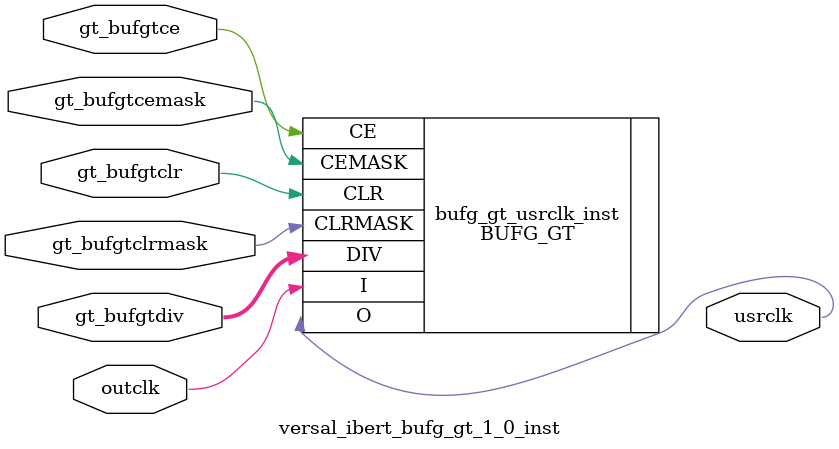
<source format=v>




`timescale 1ns / 1ps



module versal_ibert_bufg_gt_1_0_inst  (
    input outclk,
    input gt_bufgtce,
    input gt_bufgtcemask,
    input gt_bufgtclr,
    input gt_bufgtclrmask,
    input [2:0] gt_bufgtdiv,
    output usrclk
    );
     
      wire sync_ce;
      wire sync_clr;

      //BUFG_GT_SYNC sync_clr_ce (.CESYNC(sync_ce), .CLRSYNC(sync_clr), .CE(gt_bufgtce), .CLK(outclk), .CLR(gt_bufgtclr));
    //assign usrclk = outclk;
      BUFG_GT #(
        .SIM_DEVICE ("VERSAL_PREMIUM")
      ) bufg_gt_usrclk_inst (
        .CE      (gt_bufgtce),
        .CEMASK  (gt_bufgtcemask),
        .CLR     (gt_bufgtclr),
        .CLRMASK (gt_bufgtclrmask),
        .DIV     (gt_bufgtdiv),
        .I       (outclk),
        .O       (usrclk)
      );
endmodule
//------}

</source>
